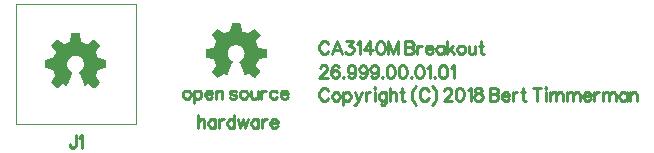
<source format=gto>
G04 start of page 8 for group -4079 idx -4079 *
G04 Title: 26.999.00.01.01.pcb, topsilk *
G04 Creator: pcb 4.2.2 *
G04 CreationDate: Sat Feb 13 13:51:24 2021 UTC *
G04 For: bert *
G04 Format: Gerber/RS-274X *
G04 PCB-Dimensions (mil): 2165.35 590.55 *
G04 PCB-Coordinate-Origin: lower left *
%MOIN*%
%FSLAX25Y25*%
%LNGTO*%
%ADD26C,0.0000*%
%ADD25C,0.0098*%
%ADD24C,0.0001*%
G54D24*G36*
X77225Y47737D02*X79802D01*
X79885Y47705D01*
X79932Y47629D01*
X79981Y47390D01*
X80025Y47168D01*
X80416Y45036D01*
X80463Y44948D01*
X80546Y44890D01*
X80649Y44846D01*
X81439Y44575D01*
X82189Y44217D01*
X82195D01*
X82282Y44179D01*
X82379Y44165D01*
X82477Y44196D01*
X84250Y45415D01*
X84441Y45540D01*
X84642Y45676D01*
X84728Y45701D01*
X84810Y45665D01*
X85141Y45335D01*
X85645Y44835D01*
X85803Y44672D01*
X86302Y44174D01*
X86464Y44017D01*
X86632Y43843D01*
X86671Y43758D01*
X86649Y43669D01*
X86513Y43468D01*
X86384Y43278D01*
X85195Y41542D01*
X85163Y41450D01*
X85178Y41353D01*
X85223Y41254D01*
X85906Y39648D01*
X85943Y39557D01*
X86006Y39479D01*
X86096Y39432D01*
X88135Y39051D01*
X88359Y39008D01*
X88602Y38965D01*
X88677Y38918D01*
X88706Y38835D01*
Y36258D01*
X88677Y36169D01*
X88602Y36122D01*
X88359Y36079D01*
X88135Y36036D01*
X86156Y35667D01*
X86068Y35619D01*
X86014Y35536D01*
X85986Y35476D01*
Y35465D01*
X85271Y33692D01*
X85266Y33680D01*
X85249Y33637D01*
X85232Y33536D01*
X85260Y33442D01*
X86389Y31810D01*
X86513Y31619D01*
X86654Y31418D01*
X86673Y31332D01*
X86632Y31250D01*
X86464Y31071D01*
X86302Y30914D01*
X84984Y29596D01*
X84810Y29428D01*
X84728Y29387D01*
X84642Y29405D01*
X84441Y29547D01*
X84250Y29671D01*
X82656Y30768D01*
X82557Y30797D01*
X82460Y30778D01*
X82129Y30594D01*
X81935Y30485D01*
X81588Y30307D01*
X81503Y30301D01*
X81441Y30361D01*
X81295Y30718D01*
X81207Y30925D01*
X79824Y34283D01*
X79736Y34489D01*
X79639Y34722D01*
X79635Y34817D01*
X79688Y34890D01*
X79911Y35021D01*
X80052Y35129D01*
X80588Y35575D01*
X81003Y36139D01*
X81270Y36798D01*
X81364Y37528D01*
X81306Y38103D01*
X81141Y38637D01*
X80878Y39122D01*
X80529Y39544D01*
X80109Y39893D01*
X79625Y40157D01*
X79091Y40322D01*
X78517Y40380D01*
X77942Y40322D01*
X77407Y40157D01*
X76924Y39893D01*
X76502Y39544D01*
X76154Y39122D01*
X75892Y38637D01*
X75727Y38103D01*
X75668Y37528D01*
X75761Y36798D01*
X76028Y36139D01*
X76442Y35575D01*
X76981Y35129D01*
X77117Y35021D01*
X77339Y34890D01*
X77393Y34817D01*
X77388Y34722D01*
X77291Y34489D01*
X77203Y34283D01*
X75820Y30925D01*
X75734Y30718D01*
X75586Y30361D01*
X75525Y30301D01*
X75441Y30307D01*
X75099Y30485D01*
X74898Y30594D01*
X74567Y30778D01*
X74468Y30797D01*
X74371Y30768D01*
X72777Y29671D01*
X72592Y29547D01*
X72386Y29405D01*
X72299Y29387D01*
X72217Y29428D01*
X72043Y29596D01*
X71886Y29758D01*
X71388Y30257D01*
X71225Y30415D01*
X70725Y30914D01*
X70563Y31071D01*
X70395Y31250D01*
X70356Y31332D01*
X70378Y31418D01*
X70514Y31619D01*
X70645Y31810D01*
X71767Y33442D01*
X71795Y33536D01*
X71778Y33637D01*
X71756Y33697D01*
X71046Y35471D01*
X71013Y35536D01*
X70959Y35619D01*
X70873Y35667D01*
X68892Y36036D01*
X68670Y36079D01*
X68431Y36122D01*
X68352Y36172D01*
X68323Y36258D01*
Y38835D01*
X68352Y38918D01*
X68431Y38965D01*
X68670Y39014D01*
X68892Y39051D01*
X70932Y39432D01*
X71021Y39479D01*
X71084Y39562D01*
X71121Y39648D01*
X71810Y41254D01*
X71849Y41353D01*
X71866Y41450D01*
X71838Y41542D01*
X70645Y43283D01*
X70514Y43468D01*
X70378Y43669D01*
X70356Y43758D01*
X70395Y43843D01*
X70563Y44017D01*
X70725Y44174D01*
X72217Y45665D01*
X72299Y45701D01*
X72386Y45682D01*
X72592Y45546D01*
X72777Y45415D01*
X74550Y44196D01*
X74648Y44167D01*
X74746Y44185D01*
X74832Y44217D01*
X74843Y44222D01*
X75589Y44576D01*
X76379Y44851D01*
X76482Y44890D01*
X76566Y44948D01*
X76611Y45036D01*
X77009Y47168D01*
X77046Y47390D01*
X77095Y47629D01*
X77142Y47705D01*
X77225Y47737D01*
G37*
G36*
X23725Y44237D02*X26302D01*
X26385Y44205D01*
X26432Y44129D01*
X26481Y43890D01*
X26525Y43668D01*
X26916Y41536D01*
X26963Y41448D01*
X27046Y41390D01*
X27149Y41346D01*
X27939Y41075D01*
X28689Y40717D01*
X28695D01*
X28782Y40679D01*
X28879Y40665D01*
X28977Y40696D01*
X30750Y41915D01*
X30941Y42040D01*
X31142Y42176D01*
X31228Y42201D01*
X31310Y42165D01*
X31641Y41835D01*
X32145Y41335D01*
X32303Y41172D01*
X32802Y40674D01*
X32964Y40517D01*
X33132Y40343D01*
X33171Y40258D01*
X33149Y40169D01*
X33013Y39968D01*
X32884Y39778D01*
X31695Y38042D01*
X31663Y37950D01*
X31678Y37853D01*
X31723Y37754D01*
X32406Y36148D01*
X32443Y36057D01*
X32506Y35979D01*
X32596Y35932D01*
X34635Y35551D01*
X34859Y35508D01*
X35102Y35465D01*
X35177Y35418D01*
X35206Y35335D01*
Y32758D01*
X35177Y32669D01*
X35102Y32622D01*
X34859Y32579D01*
X34635Y32536D01*
X32656Y32167D01*
X32568Y32119D01*
X32514Y32036D01*
X32486Y31976D01*
Y31965D01*
X31771Y30192D01*
X31766Y30180D01*
X31749Y30137D01*
X31732Y30036D01*
X31760Y29942D01*
X32889Y28310D01*
X33013Y28119D01*
X33154Y27918D01*
X33173Y27832D01*
X33132Y27750D01*
X32964Y27571D01*
X32802Y27414D01*
X31484Y26096D01*
X31310Y25928D01*
X31228Y25887D01*
X31142Y25905D01*
X30941Y26047D01*
X30750Y26171D01*
X29156Y27268D01*
X29057Y27297D01*
X28960Y27278D01*
X28629Y27094D01*
X28435Y26985D01*
X28088Y26807D01*
X28003Y26801D01*
X27941Y26861D01*
X27795Y27218D01*
X27707Y27425D01*
X26324Y30783D01*
X26236Y30989D01*
X26139Y31222D01*
X26135Y31317D01*
X26188Y31390D01*
X26411Y31521D01*
X26552Y31629D01*
X27088Y32075D01*
X27503Y32639D01*
X27770Y33298D01*
X27864Y34028D01*
X27806Y34603D01*
X27641Y35137D01*
X27378Y35622D01*
X27029Y36044D01*
X26609Y36393D01*
X26125Y36657D01*
X25591Y36822D01*
X25017Y36880D01*
X24442Y36822D01*
X23907Y36657D01*
X23424Y36393D01*
X23002Y36044D01*
X22654Y35622D01*
X22392Y35137D01*
X22227Y34603D01*
X22168Y34028D01*
X22261Y33298D01*
X22528Y32639D01*
X22942Y32075D01*
X23481Y31629D01*
X23617Y31521D01*
X23839Y31390D01*
X23893Y31317D01*
X23888Y31222D01*
X23791Y30989D01*
X23703Y30783D01*
X22320Y27425D01*
X22234Y27218D01*
X22086Y26861D01*
X22025Y26801D01*
X21941Y26807D01*
X21599Y26985D01*
X21398Y27094D01*
X21067Y27278D01*
X20968Y27297D01*
X20871Y27268D01*
X19277Y26171D01*
X19092Y26047D01*
X18886Y25905D01*
X18799Y25887D01*
X18717Y25928D01*
X18543Y26096D01*
X18386Y26258D01*
X17888Y26757D01*
X17725Y26915D01*
X17225Y27414D01*
X17063Y27571D01*
X16895Y27750D01*
X16856Y27832D01*
X16878Y27918D01*
X17014Y28119D01*
X17145Y28310D01*
X18267Y29942D01*
X18295Y30036D01*
X18278Y30137D01*
X18256Y30197D01*
X17546Y31971D01*
X17513Y32036D01*
X17459Y32119D01*
X17373Y32167D01*
X15392Y32536D01*
X15170Y32579D01*
X14931Y32622D01*
X14852Y32672D01*
X14823Y32758D01*
Y35335D01*
X14852Y35418D01*
X14931Y35465D01*
X15170Y35514D01*
X15392Y35551D01*
X17432Y35932D01*
X17521Y35979D01*
X17584Y36062D01*
X17621Y36148D01*
X18310Y37754D01*
X18349Y37853D01*
X18366Y37950D01*
X18338Y38042D01*
X17145Y39783D01*
X17014Y39968D01*
X16878Y40169D01*
X16856Y40258D01*
X16895Y40343D01*
X17063Y40517D01*
X17225Y40674D01*
X18717Y42165D01*
X18799Y42201D01*
X18886Y42182D01*
X19092Y42046D01*
X19277Y41915D01*
X21050Y40696D01*
X21148Y40667D01*
X21246Y40685D01*
X21332Y40717D01*
X21343Y40722D01*
X22089Y41076D01*
X22879Y41351D01*
X22982Y41390D01*
X23066Y41448D01*
X23111Y41536D01*
X23509Y43668D01*
X23546Y43890D01*
X23595Y44129D01*
X23642Y44205D01*
X23725Y44237D01*
G37*
G54D25*X61748Y25123D02*X61348Y24923D01*
X60948Y24523D01*
X60748Y23923D01*
Y23523D01*
X60948Y22923D01*
X61348Y22523D01*
X61748Y22323D01*
X62348D01*
X62748Y22523D01*
X63148Y22923D01*
X63348Y23523D01*
Y23923D02*Y23523D01*
Y23923D02*X63148Y24523D01*
X62748Y24923D01*
X62348Y25123D01*
X61748D02*X62348D01*
X64548D02*Y20923D01*
Y24523D02*X64948Y24923D01*
X65348Y25123D01*
X65948D01*
X66348Y24923D01*
X66748Y24523D01*
X66948Y23923D01*
Y23523D01*
X66748Y22923D01*
X66348Y22523D01*
X65948Y22323D01*
X65348D02*X65948D01*
X65348D02*X64948Y22523D01*
X64548Y22923D01*
X68148Y23923D02*X70548D01*
Y24323D02*Y23923D01*
Y24323D02*X70348Y24723D01*
X70148Y24923D01*
X69748Y25123D01*
X69148D02*X69748D01*
X69148D02*X68748Y24923D01*
X68348Y24523D01*
X68148Y23923D01*
Y23523D01*
X68348Y22923D01*
X68748Y22523D01*
X69148Y22323D01*
X69748D01*
X70148Y22523D01*
X70548Y22923D01*
X71748Y25123D02*Y22323D01*
Y24323D02*X72348Y24923D01*
X72748Y25123D01*
X73348D01*
X73748Y24923D01*
X73948Y24323D01*
Y22323D01*
X78548Y24523D02*X78348Y24923D01*
X77748Y25123D01*
X77148D02*X77748D01*
X77148D02*X76548Y24923D01*
X76348Y24523D01*
X76548Y24123D01*
X76948Y23923D01*
X77948Y23723D01*
X78348Y23523D01*
X78548Y23123D01*
Y22923D01*
X78348Y22523D01*
X77748Y22323D01*
X77148D02*X77748D01*
X77148D02*X76548Y22523D01*
X76348Y22923D01*
X80748Y25123D02*X80348Y24923D01*
X79948Y24523D01*
X79748Y23923D01*
Y23523D01*
X79948Y22923D01*
X80348Y22523D01*
X80748Y22323D01*
X81348D01*
X81748Y22523D01*
X82148Y22923D01*
X82348Y23523D01*
Y23923D02*Y23523D01*
Y23923D02*X82148Y24523D01*
X81748Y24923D01*
X81348Y25123D01*
X80748D02*X81348D01*
X83548D02*Y23123D01*
X83748Y22523D01*
X84148Y22323D01*
X84748D01*
X85148Y22523D01*
X85748Y23123D01*
Y25123D02*Y22323D01*
X86948Y25123D02*Y22323D01*
Y23923D02*X87148Y24523D01*
X87548Y24923D01*
X87948Y25123D01*
X88548D01*
X92148Y24523D02*X91748Y24923D01*
X91348Y25123D01*
X90748D02*X91348D01*
X90748D02*X90348Y24923D01*
X89948Y24523D01*
X89748Y23923D01*
Y23523D01*
X89948Y22923D01*
X90348Y22523D01*
X90748Y22323D01*
X91348D01*
X91748Y22523D01*
X92148Y22923D01*
X93348Y23923D02*X95748D01*
Y24323D02*Y23923D01*
Y24323D02*X95548Y24723D01*
X95348Y24923D01*
X94948Y25123D01*
X94348D02*X94948D01*
X94348D02*X93948Y24923D01*
X93548Y24523D01*
X93348Y23923D01*
Y23523D01*
X93548Y22923D01*
X93948Y22523D01*
X94348Y22323D01*
X94948D01*
X95348Y22523D01*
X95748Y22923D01*
X65748Y17023D02*Y12823D01*
Y14823D02*X66348Y15423D01*
X66748Y15623D01*
X67348D01*
X67748Y15423D01*
X67948Y14823D01*
Y12823D01*
X71548Y15623D02*Y12823D01*
Y15023D02*X71148Y15423D01*
X70748Y15623D01*
X70148D02*X70748D01*
X70148D02*X69748Y15423D01*
X69348Y15023D01*
X69148Y14423D01*
Y14023D01*
X69348Y13423D01*
X69748Y13023D01*
X70148Y12823D01*
X70748D01*
X71148Y13023D01*
X71548Y13423D01*
X72748Y15623D02*Y12823D01*
Y14423D02*X72948Y15023D01*
X73348Y15423D01*
X73748Y15623D01*
X74348D01*
X77948Y17023D02*Y12823D01*
Y15023D02*X77548Y15423D01*
X77148Y15623D01*
X76548D02*X77148D01*
X76548D02*X76148Y15423D01*
X75748Y15023D01*
X75548Y14423D01*
Y14023D01*
X75748Y13423D01*
X76148Y13023D01*
X76548Y12823D01*
X77148D01*
X77548Y13023D01*
X77948Y13423D01*
X79148Y15623D02*X79948Y12823D01*
X80748Y15623D02*X79948Y12823D01*
X80748Y15623D02*X81548Y12823D01*
X82348Y15623D02*X81548Y12823D01*
X85948Y15623D02*Y12823D01*
Y15023D02*X85548Y15423D01*
X85148Y15623D01*
X84548D02*X85148D01*
X84548D02*X84148Y15423D01*
X83748Y15023D01*
X83548Y14423D01*
Y14023D01*
X83748Y13423D01*
X84148Y13023D01*
X84548Y12823D01*
X85148D01*
X85548Y13023D01*
X85948Y13423D01*
X87148Y15623D02*Y12823D01*
Y14423D02*X87348Y15023D01*
X87748Y15423D01*
X88148Y15623D01*
X88748D01*
X89948Y14423D02*X92348D01*
Y14823D02*Y14423D01*
Y14823D02*X92148Y15223D01*
X91948Y15423D01*
X91548Y15623D01*
X90948D02*X91548D01*
X90948D02*X90548Y15423D01*
X90148Y15023D01*
X89948Y14423D01*
Y14023D01*
X90148Y13423D01*
X90548Y13023D01*
X90948Y12823D01*
X91548D01*
X91948Y13023D01*
X92348Y13423D01*
X109248Y40523D02*X109048Y40923D01*
X108648Y41323D01*
X108248Y41523D01*
X107448D02*X108248D01*
X107448D02*X107048Y41323D01*
X106648Y40923D01*
X106448Y40523D01*
X106248Y39923D01*
Y38923D01*
X106448Y38323D01*
X106648Y37923D01*
X107048Y37523D01*
X107448Y37323D01*
X108248D01*
X108648Y37523D01*
X109048Y37923D01*
X109248Y38323D01*
X112048Y41523D02*X110448Y37323D01*
X112048Y41523D02*X113648Y37323D01*
X111048Y38723D02*X113048D01*
X115248Y41523D02*X117448D01*
X116248Y39923D01*
X116848D01*
X117248Y39723D01*
X117448Y39523D01*
X117648Y38923D01*
Y38523D01*
X117448Y37923D01*
X117048Y37523D01*
X116448Y37323D01*
X115848D02*X116448D01*
X115848D02*X115248Y37523D01*
X115048Y37723D01*
X114848Y38123D01*
X118848Y40723D02*X119248Y40923D01*
X119848Y41523D01*
Y37323D01*
X123048Y41523D02*X121048Y38723D01*
X124048D01*
X123048Y41523D02*Y37323D01*
X126448Y41523D02*X125848Y41323D01*
X125448Y40723D01*
X125248Y39723D01*
Y39123D01*
X125448Y38123D01*
X125848Y37523D01*
X126448Y37323D01*
X126848D01*
X127448Y37523D01*
X127848Y38123D01*
X128048Y39123D01*
Y39723D02*Y39123D01*
Y39723D02*X127848Y40723D01*
X127448Y41323D01*
X126848Y41523D01*
X126448D02*X126848D01*
X129248D02*Y37323D01*
Y41523D02*X130848Y37323D01*
X132448Y41523D02*X130848Y37323D01*
X132448Y41523D02*Y37323D01*
X134848Y41523D02*Y37323D01*
Y41523D02*X136648D01*
X137248Y41323D01*
X137448Y41123D01*
X137648Y40723D01*
Y40323D01*
X137448Y39923D01*
X137248Y39723D01*
X136648Y39523D01*
X134848D02*X136648D01*
X137248Y39323D01*
X137448Y39123D01*
X137648Y38723D01*
Y38123D01*
X137448Y37723D01*
X137248Y37523D01*
X136648Y37323D01*
X134848D02*X136648D01*
X138848Y40123D02*Y37323D01*
Y38923D02*X139048Y39523D01*
X139448Y39923D01*
X139848Y40123D01*
X140448D01*
X141648Y38923D02*X144048D01*
Y39323D02*Y38923D01*
Y39323D02*X143848Y39723D01*
X143648Y39923D01*
X143248Y40123D01*
X142648D02*X143248D01*
X142648D02*X142248Y39923D01*
X141848Y39523D01*
X141648Y38923D01*
Y38523D01*
X141848Y37923D01*
X142248Y37523D01*
X142648Y37323D01*
X143248D01*
X143648Y37523D01*
X144048Y37923D01*
X147648Y40123D02*Y37323D01*
Y39523D02*X147248Y39923D01*
X146848Y40123D01*
X146248D02*X146848D01*
X146248D02*X145848Y39923D01*
X145448Y39523D01*
X145248Y38923D01*
Y38523D01*
X145448Y37923D01*
X145848Y37523D01*
X146248Y37323D01*
X146848D01*
X147248Y37523D01*
X147648Y37923D01*
X148848Y41523D02*Y37323D01*
X150848Y40123D02*X148848Y38123D01*
X149648Y38923D02*X151048Y37323D01*
X153248Y40123D02*X152848Y39923D01*
X152448Y39523D01*
X152248Y38923D01*
Y38523D01*
X152448Y37923D01*
X152848Y37523D01*
X153248Y37323D01*
X153848D01*
X154248Y37523D01*
X154648Y37923D01*
X154848Y38523D01*
Y38923D02*Y38523D01*
Y38923D02*X154648Y39523D01*
X154248Y39923D01*
X153848Y40123D01*
X153248D02*X153848D01*
X156048D02*Y38123D01*
X156248Y37523D01*
X156648Y37323D01*
X157248D01*
X157648Y37523D01*
X158248Y38123D01*
Y40123D02*Y37323D01*
X160048Y41523D02*Y38123D01*
X160248Y37523D01*
X160648Y37323D01*
X161048D01*
X159448Y40123D02*X160848D01*
X109248Y25023D02*X109048Y25423D01*
X108648Y25823D01*
X108248Y26023D01*
X107448D02*X108248D01*
X107448D02*X107048Y25823D01*
X106648Y25423D01*
X106448Y25023D01*
X106248Y24423D01*
Y23423D01*
X106448Y22823D01*
X106648Y22423D01*
X107048Y22023D01*
X107448Y21823D01*
X108248D01*
X108648Y22023D01*
X109048Y22423D01*
X109248Y22823D01*
X111448Y24623D02*X111048Y24423D01*
X110648Y24023D01*
X110448Y23423D01*
Y23023D01*
X110648Y22423D01*
X111048Y22023D01*
X111448Y21823D01*
X112048D01*
X112448Y22023D01*
X112848Y22423D01*
X113048Y23023D01*
Y23423D02*Y23023D01*
Y23423D02*X112848Y24023D01*
X112448Y24423D01*
X112048Y24623D01*
X111448D02*X112048D01*
X114248D02*Y20423D01*
Y24023D02*X114648Y24423D01*
X115048Y24623D01*
X115648D01*
X116048Y24423D01*
X116448Y24023D01*
X116648Y23423D01*
Y23023D01*
X116448Y22423D01*
X116048Y22023D01*
X115648Y21823D01*
X115048D02*X115648D01*
X115048D02*X114648Y22023D01*
X114248Y22423D01*
X118048Y24623D02*X119248Y21823D01*
X120448Y24623D02*X119248Y21823D01*
X118848Y21023D01*
X118448Y20623D01*
X118048Y20423D01*
X117848D02*X118048D01*
X121648Y24623D02*Y21823D01*
Y23423D02*X121848Y24023D01*
X122248Y24423D01*
X122648Y24623D01*
X123248D01*
X124448Y26023D02*X124648Y25823D01*
X124848Y26023D01*
X124648Y26223D01*
X124448Y26023D01*
X124648Y24623D02*Y21823D01*
X128448Y24623D02*Y21423D01*
X128248Y20823D01*
X128048Y20623D01*
X127648Y20423D01*
X127048D02*X127648D01*
X127048D02*X126648Y20623D01*
X128448Y24023D02*X128048Y24423D01*
X127648Y24623D01*
X127048D02*X127648D01*
X127048D02*X126648Y24423D01*
X126248Y24023D01*
X126048Y23423D01*
Y23023D01*
X126248Y22423D01*
X126648Y22023D01*
X127048Y21823D01*
X127648D01*
X128048Y22023D01*
X128448Y22423D01*
X129648Y26023D02*Y21823D01*
Y23823D02*X130248Y24423D01*
X130648Y24623D01*
X131248D01*
X131648Y24423D01*
X131848Y23823D01*
Y21823D01*
X133648Y26023D02*Y22623D01*
X133848Y22023D01*
X134248Y21823D01*
X134648D01*
X133048Y24623D02*X134448D01*
X138448Y26823D02*X138048Y26423D01*
X137648Y25823D01*
X137248Y25023D01*
X137048Y24023D01*
Y23223D01*
X137248Y22223D01*
X137648Y21423D01*
X138048Y20823D01*
X138448Y20423D01*
X142648Y25023D02*X142448Y25423D01*
X142048Y25823D01*
X141648Y26023D01*
X140848D02*X141648D01*
X140848D02*X140448Y25823D01*
X140048Y25423D01*
X139848Y25023D01*
X139648Y24423D01*
Y23423D01*
X139848Y22823D01*
X140048Y22423D01*
X140448Y22023D01*
X140848Y21823D01*
X141648D01*
X142048Y22023D01*
X142448Y22423D01*
X142648Y22823D01*
X143848Y26823D02*X144248Y26423D01*
X144648Y25823D01*
X145048Y25023D01*
X145248Y24023D01*
Y23223D01*
X145048Y22223D01*
X144648Y21423D01*
X144248Y20823D01*
X143848Y20423D01*
X147848Y25223D02*Y25023D01*
Y25223D02*X148048Y25623D01*
X148248Y25823D01*
X148648Y26023D01*
X149448D01*
X149848Y25823D01*
X150048Y25623D01*
X150248Y25223D01*
Y24823D01*
X150048Y24423D01*
X149648Y23823D01*
X147648Y21823D01*
X150448D01*
X152848Y26023D02*X152248Y25823D01*
X151848Y25223D01*
X151648Y24223D01*
Y23623D01*
X151848Y22623D01*
X152248Y22023D01*
X152848Y21823D01*
X153248D01*
X153848Y22023D01*
X154248Y22623D01*
X154448Y23623D01*
Y24223D02*Y23623D01*
Y24223D02*X154248Y25223D01*
X153848Y25823D01*
X153248Y26023D01*
X152848D02*X153248D01*
X155648Y25223D02*X156048Y25423D01*
X156648Y26023D01*
Y21823D01*
X158848Y26023D02*X158248Y25823D01*
X158048Y25423D01*
Y25023D01*
X158248Y24623D01*
X158648Y24423D01*
X159448Y24223D01*
X160048Y24023D01*
X160448Y23623D01*
X160648Y23223D01*
Y22623D01*
X160448Y22223D01*
X160248Y22023D01*
X159648Y21823D01*
X158848D02*X159648D01*
X158848D02*X158248Y22023D01*
X158048Y22223D01*
X157848Y22623D01*
Y23223D02*Y22623D01*
Y23223D02*X158048Y23623D01*
X158448Y24023D01*
X159048Y24223D01*
X159848Y24423D01*
X160248Y24623D01*
X160448Y25023D01*
Y25423D02*Y25023D01*
Y25423D02*X160248Y25823D01*
X159648Y26023D01*
X158848D02*X159648D01*
X163048D02*Y21823D01*
Y26023D02*X164848D01*
X165448Y25823D01*
X165648Y25623D01*
X165848Y25223D01*
Y24823D01*
X165648Y24423D01*
X165448Y24223D01*
X164848Y24023D01*
X163048D02*X164848D01*
X165448Y23823D01*
X165648Y23623D01*
X165848Y23223D01*
Y22623D01*
X165648Y22223D01*
X165448Y22023D01*
X164848Y21823D01*
X163048D02*X164848D01*
X167048Y23423D02*X169448D01*
Y23823D02*Y23423D01*
Y23823D02*X169248Y24223D01*
X169048Y24423D01*
X168648Y24623D01*
X168048D02*X168648D01*
X168048D02*X167648Y24423D01*
X167248Y24023D01*
X167048Y23423D01*
Y23023D01*
X167248Y22423D01*
X167648Y22023D01*
X168048Y21823D01*
X168648D01*
X169048Y22023D01*
X169448Y22423D01*
X170648Y24623D02*Y21823D01*
Y23423D02*X170848Y24023D01*
X171248Y24423D01*
X171648Y24623D01*
X172248D01*
X174048Y26023D02*Y22623D01*
X174248Y22023D01*
X174648Y21823D01*
X175048D01*
X173448Y24623D02*X174848D01*
X178848Y26023D02*Y21823D01*
X177448Y26023D02*X180248D01*
X181448D02*X181648Y25823D01*
X181848Y26023D01*
X181648Y26223D01*
X181448Y26023D01*
X181648Y24623D02*Y21823D01*
X183048Y24623D02*Y21823D01*
Y23823D02*X183648Y24423D01*
X184048Y24623D01*
X184648D01*
X185048Y24423D01*
X185248Y23823D01*
Y21823D01*
Y23823D02*X185848Y24423D01*
X186248Y24623D01*
X186848D01*
X187248Y24423D01*
X187448Y23823D01*
Y21823D01*
X188648Y24623D02*Y21823D01*
Y23823D02*X189248Y24423D01*
X189648Y24623D01*
X190248D01*
X190648Y24423D01*
X190848Y23823D01*
Y21823D01*
Y23823D02*X191448Y24423D01*
X191848Y24623D01*
X192448D01*
X192848Y24423D01*
X193048Y23823D01*
Y21823D01*
X194248Y23423D02*X196648D01*
Y23823D02*Y23423D01*
Y23823D02*X196448Y24223D01*
X196248Y24423D01*
X195848Y24623D01*
X195248D02*X195848D01*
X195248D02*X194848Y24423D01*
X194448Y24023D01*
X194248Y23423D01*
Y23023D01*
X194448Y22423D01*
X194848Y22023D01*
X195248Y21823D01*
X195848D01*
X196248Y22023D01*
X196648Y22423D01*
X197848Y24623D02*Y21823D01*
Y23423D02*X198048Y24023D01*
X198448Y24423D01*
X198848Y24623D01*
X199448D01*
X200648D02*Y21823D01*
Y23823D02*X201248Y24423D01*
X201648Y24623D01*
X202248D01*
X202648Y24423D01*
X202848Y23823D01*
Y21823D01*
Y23823D02*X203448Y24423D01*
X203848Y24623D01*
X204448D01*
X204848Y24423D01*
X205048Y23823D01*
Y21823D01*
X208648Y24623D02*Y21823D01*
Y24023D02*X208248Y24423D01*
X207848Y24623D01*
X207248D02*X207848D01*
X207248D02*X206848Y24423D01*
X206448Y24023D01*
X206248Y23423D01*
Y23023D01*
X206448Y22423D01*
X206848Y22023D01*
X207248Y21823D01*
X207848D01*
X208248Y22023D01*
X208648Y22423D01*
X209848Y24623D02*Y21823D01*
Y23823D02*X210448Y24423D01*
X210848Y24623D01*
X211448D01*
X211848Y24423D01*
X212048Y23823D01*
Y21823D01*
X106448Y32723D02*Y32523D01*
Y32723D02*X106648Y33123D01*
X106848Y33323D01*
X107248Y33523D01*
X108048D01*
X108448Y33323D01*
X108648Y33123D01*
X108848Y32723D01*
Y32323D01*
X108648Y31923D01*
X108248Y31323D01*
X106248Y29323D01*
X109048D01*
X112648Y32923D02*X112448Y33323D01*
X111848Y33523D01*
X111448D02*X111848D01*
X111448D02*X110848Y33323D01*
X110448Y32723D01*
X110248Y31723D01*
Y30723D01*
X110448Y29923D01*
X110848Y29523D01*
X111448Y29323D01*
X111648D01*
X112248Y29523D01*
X112648Y29923D01*
X112848Y30523D01*
Y30723D02*Y30523D01*
Y30723D02*X112648Y31323D01*
X112248Y31723D01*
X111648Y31923D01*
X111448D02*X111648D01*
X111448D02*X110848Y31723D01*
X110448Y31323D01*
X110248Y30723D01*
X114248Y29723D02*X114048Y29523D01*
X114248Y29323D01*
X114448Y29523D01*
X114248Y29723D01*
X118248Y32123D02*X118048Y31523D01*
X117648Y31123D01*
X117048Y30923D01*
X116848D02*X117048D01*
X116848D02*X116248Y31123D01*
X115848Y31523D01*
X115648Y32123D01*
Y32323D02*Y32123D01*
Y32323D02*X115848Y32923D01*
X116248Y33323D01*
X116848Y33523D01*
X117048D01*
X117648Y33323D01*
X118048Y32923D01*
X118248Y32123D01*
Y31123D01*
X118048Y30123D01*
X117648Y29523D01*
X117048Y29323D01*
X116648D02*X117048D01*
X116648D02*X116048Y29523D01*
X115848Y29923D01*
X122048Y32123D02*X121848Y31523D01*
X121448Y31123D01*
X120848Y30923D01*
X120648D02*X120848D01*
X120648D02*X120048Y31123D01*
X119648Y31523D01*
X119448Y32123D01*
Y32323D02*Y32123D01*
Y32323D02*X119648Y32923D01*
X120048Y33323D01*
X120648Y33523D01*
X120848D01*
X121448Y33323D01*
X121848Y32923D01*
X122048Y32123D01*
Y31123D01*
X121848Y30123D01*
X121448Y29523D01*
X120848Y29323D01*
X120448D02*X120848D01*
X120448D02*X119848Y29523D01*
X119648Y29923D01*
X125848Y32123D02*X125648Y31523D01*
X125248Y31123D01*
X124648Y30923D01*
X124448D02*X124648D01*
X124448D02*X123848Y31123D01*
X123448Y31523D01*
X123248Y32123D01*
Y32323D02*Y32123D01*
Y32323D02*X123448Y32923D01*
X123848Y33323D01*
X124448Y33523D01*
X124648D01*
X125248Y33323D01*
X125648Y32923D01*
X125848Y32123D01*
Y31123D01*
X125648Y30123D01*
X125248Y29523D01*
X124648Y29323D01*
X124248D02*X124648D01*
X124248D02*X123648Y29523D01*
X123448Y29923D01*
X127248Y29723D02*X127048Y29523D01*
X127248Y29323D01*
X127448Y29523D01*
X127248Y29723D01*
X129848Y33523D02*X129248Y33323D01*
X128848Y32723D01*
X128648Y31723D01*
Y31123D01*
X128848Y30123D01*
X129248Y29523D01*
X129848Y29323D01*
X130248D01*
X130848Y29523D01*
X131248Y30123D01*
X131448Y31123D01*
Y31723D02*Y31123D01*
Y31723D02*X131248Y32723D01*
X130848Y33323D01*
X130248Y33523D01*
X129848D02*X130248D01*
X133848D02*X133248Y33323D01*
X132848Y32723D01*
X132648Y31723D01*
Y31123D01*
X132848Y30123D01*
X133248Y29523D01*
X133848Y29323D01*
X134248D01*
X134848Y29523D01*
X135248Y30123D01*
X135448Y31123D01*
Y31723D02*Y31123D01*
Y31723D02*X135248Y32723D01*
X134848Y33323D01*
X134248Y33523D01*
X133848D02*X134248D01*
X136848Y29723D02*X136648Y29523D01*
X136848Y29323D01*
X137048Y29523D01*
X136848Y29723D01*
X139448Y33523D02*X138848Y33323D01*
X138448Y32723D01*
X138248Y31723D01*
Y31123D01*
X138448Y30123D01*
X138848Y29523D01*
X139448Y29323D01*
X139848D01*
X140448Y29523D01*
X140848Y30123D01*
X141048Y31123D01*
Y31723D02*Y31123D01*
Y31723D02*X140848Y32723D01*
X140448Y33323D01*
X139848Y33523D01*
X139448D02*X139848D01*
X142248Y32723D02*X142648Y32923D01*
X143248Y33523D01*
Y29323D01*
X144648Y29723D02*X144448Y29523D01*
X144648Y29323D01*
X144848Y29523D01*
X144648Y29723D01*
X147248Y33523D02*X146648Y33323D01*
X146248Y32723D01*
X146048Y31723D01*
Y31123D01*
X146248Y30123D01*
X146648Y29523D01*
X147248Y29323D01*
X147648D01*
X148248Y29523D01*
X148648Y30123D01*
X148848Y31123D01*
Y31723D02*Y31123D01*
Y31723D02*X148648Y32723D01*
X148248Y33323D01*
X147648Y33523D01*
X147248D02*X147648D01*
X150048Y32723D02*X150448Y32923D01*
X151048Y33523D01*
Y29323D01*
G54D26*X5000Y54055D02*X45000D01*
Y14055D01*
X5000D01*
Y54055D01*
G54D25*X25000Y10255D02*Y7055D01*
X24800Y6455D01*
X24600Y6255D01*
X24200Y6055D01*
X23800D02*X24200D01*
X23800D02*X23400Y6255D01*
X23200Y6455D01*
X23000Y7055D01*
Y7455D02*Y7055D01*
X26200Y9455D02*X26600Y9655D01*
X27200Y10255D01*
Y6055D01*
M02*

</source>
